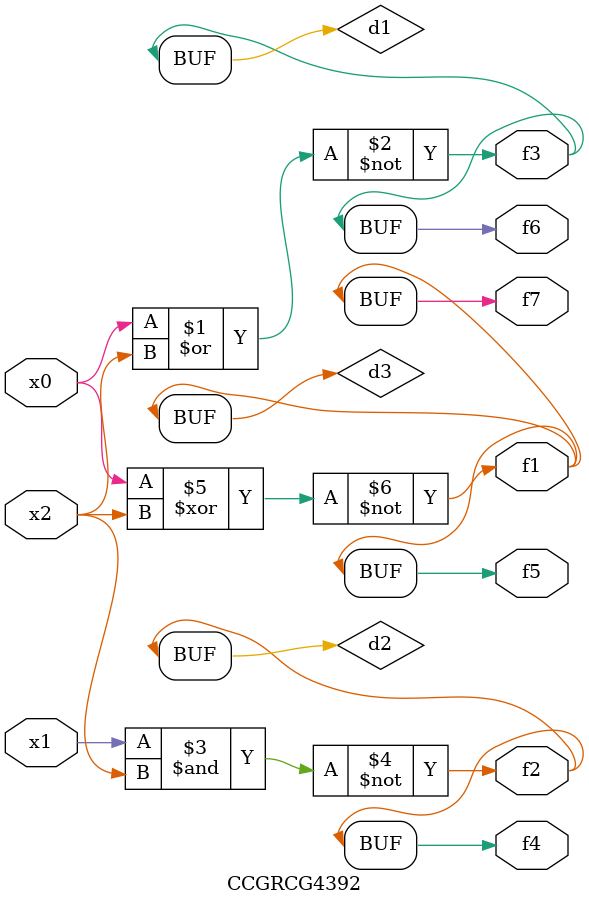
<source format=v>
module CCGRCG4392(
	input x0, x1, x2,
	output f1, f2, f3, f4, f5, f6, f7
);

	wire d1, d2, d3;

	nor (d1, x0, x2);
	nand (d2, x1, x2);
	xnor (d3, x0, x2);
	assign f1 = d3;
	assign f2 = d2;
	assign f3 = d1;
	assign f4 = d2;
	assign f5 = d3;
	assign f6 = d1;
	assign f7 = d3;
endmodule

</source>
